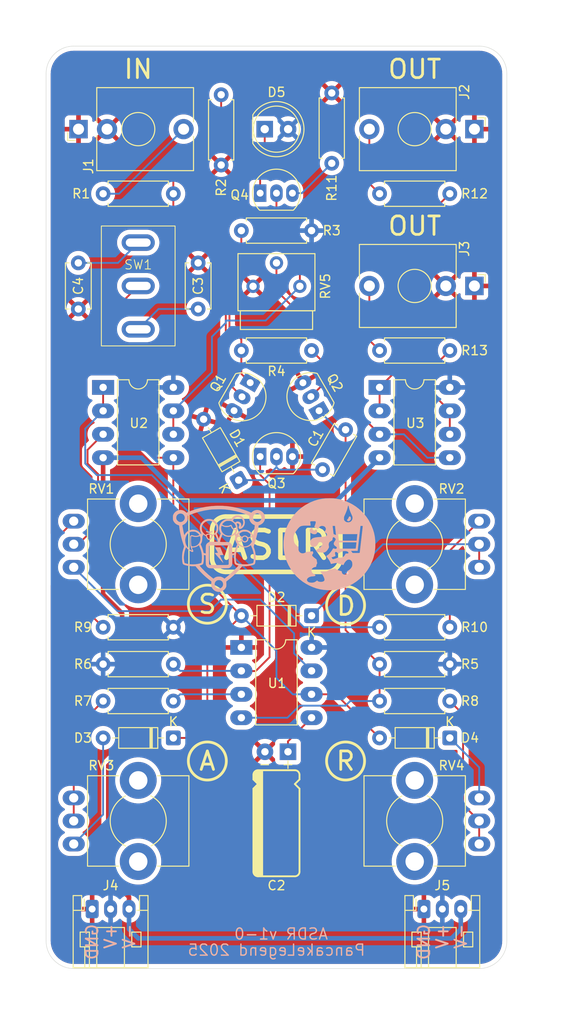
<source format=kicad_pcb>
(kicad_pcb (version 20241229) (generator "pcbnew") (generator_version "9.0")
  (layers (0 "F.Cu" signal) (2 "B.Cu" signal) (13 "F.Paste" user) (15 "B.Paste" user) (5 "F.SilkS" user "F.Silkscreen") (7 "B.SilkS" user "B.Silkscreen") (1 "F.Mask" user) (3 "B.Mask" user) (25 "Edge.Cuts" user))
  (net 0 "")
  (net 1 "Net-(D1-K)")
  (net 2 "Net-(Q2-C)")
  (net 3 "GND")
  (net 4 "Net-(U1-CV)")
  (net 5 "Net-(SW1-C)")
  (net 6 "Net-(SW1-A)")
  (net 7 "Net-(D2-K)")
  (net 8 "Net-(D2-A)")
  (net 9 "Net-(D3-A)")
  (net 10 "Net-(D4-K)")
  (net 11 "Net-(D5-K)")
  (net 12 "VDD")
  (net 13 "Net-(J1-PadT)")
  (net 14 "VSS")
  (net 15 "Net-(Q1-C)")
  (net 16 "Net-(Q1-B)")
  (net 17 "Net-(Q2-B)")
  (net 18 "Net-(Q3-C)")
  (net 19 "Net-(Q4-B)")
  (net 20 "Net-(Q4-E)")
  (net 21 "Net-(R7-Pad1)")
  (net 22 "Net-(U1-Q)")
  (net 23 "Net-(R8-Pad1)")
  (net 24 "Net-(R9-Pad2)")
  (net 25 "Net-(R10-Pad1)")
  (net 26 "Net-(U2A--)")
  (net 27 "Net-(U3A--)")
  (net 28 "Net-(U3B--)")
  (net 29 "Net-(U2A-+)")
  (net 30 "Net-(U1-DIS)")
  (net 31 "Net-(U3A-+)")
  (net 32 "Net-(J2-PadT)")
  (net 33 "Net-(J3-PadT)")
  (footprint "HackSynth:TO-92_Inline - Handsolder" (layer "F.Cu") (at 148.73 65.94)
    (property "Reference" "Q4" (at -2.73 0.2 0) (layer "F.SilkS"))
    (property "Value" "BC547")
    (pad "1" thru_hole rect (at -0.5 0) (size 1.35 1.9) (drill 0.75) (layers "*.Cu" "*.Mask") (net 11 "Net-(D5-K)"))
    (pad "2" thru_hole oval (at 1.27 0) (size 1.35 1.9) (drill 0.75) (layers "*.Cu" "*.Mask") (net 19 "Net-(Q4-B)"))
    (pad "3" thru_hole oval (at 3 0) (size 1.35 1.9) (drill 0.75) (layers "*.Cu" "*.Mask") (net 20 "Net-(Q4-E)"))
  )
  (footprint "HackSynth:R_Axial_DIN0207_L6.3mm_D2.5mm_P7.62mm_Horizontal" (layer "F.Cu") (at 161.19 83)
    (property "Reference" "R13" (at 10.31 0 0) (layer "F.SilkS"))
    (property "Value" "1k")
    (pad "1" thru_hole circle (at 0 0) (size 1.6 1.6) (drill 0.8) (layers "*.Cu" "*.Mask") (net 33 "Net-(J3-PadT)"))
    (pad "2" thru_hole oval (at 7.62 0) (size 1.6 1.6) (drill 0.8) (layers "*.Cu" "*.Mask") (net 28 "Net-(U3B--)"))
  )
  (footprint "HackSynth:R_Axial_DIN0207_L6.3mm_D2.5mm_P7.62mm_Horizontal" (layer "F.Cu") (at 168.81 113 180)
    (property "Reference" "R10" (at -2.69 0 0) (layer "F.SilkS"))
    (property "Value" "1k")
    (pad "1" thru_hole circle (at 0 0 180) (size 1.6 1.6) (drill 0.8) (layers "*.Cu" "*.Mask") (net 25 "Net-(R10-Pad1)"))
    (pad "2" thru_hole oval (at 7.62 0 180) (size 1.6 1.6) (drill 0.8) (layers "*.Cu" "*.Mask") (net 26 "Net-(U2A--)"))
  )
  (footprint "HackSynth:Potentiometer_Alps_RK09K_Horizontal" (layer "F.Cu") (at 165 104 90)
    (property "Reference" "RV2" (at 6 4 180) (layer "F.SilkS"))
    (property "Value" "DECAY 1M")
    (pad "" np_thru_hole circle (at -4.4 0 180) (size 4 4) (drill 2) (layers "*.Cu" "*.Mask"))
    (pad "" np_thru_hole circle (at 4.4 0 180) (size 4 4) (drill 2) (layers "*.Cu" "*.Mask"))
    (pad "1" thru_hole oval (at 2.500001 7 180) (size 2.4 1.6) (drill 1) (layers "*.Cu" "*.Mask") (net 25 "Net-(R10-Pad1)"))
    (pad "2" thru_hole oval (at 0 7 180) (size 2.4 1.6) (drill 1) (layers "*.Cu" "*.Mask") (net 7 "Net-(D2-K)"))
    (pad "3" thru_hole oval (at -2.500001 7 180) (size 2.4 1.6) (drill 1) (layers "*.Cu" "*.Mask") (net 7 "Net-(D2-K)"))
  )
  (footprint "HackSynth:Potentiometer_Alps_RK09K_Horizontal" (layer "F.Cu") (at 165 134 90)
    (property "Reference" "RV4" (at 6 4 180) (layer "F.SilkS"))
    (property "Value" "RELEASE 1M")
    (pad "" np_thru_hole circle (at -4.4 0 180) (size 4 4) (drill 2) (layers "*.Cu" "*.Mask"))
    (pad "" np_thru_hole circle (at 4.4 0 180) (size 4 4) (drill 2) (layers "*.Cu" "*.Mask"))
    (pad "1" thru_hole oval (at 2.500001 7 180) (size 2.4 1.6) (drill 1) (layers "*.Cu" "*.Mask") (net 10 "Net-(D4-K)"))
    (pad "2" thru_hole oval (at 0 7 180) (size 2.4 1.6) (drill 1) (layers "*.Cu" "*.Mask") (net 23 "Net-(R8-Pad1)"))
    (pad "3" thru_hole oval (at -2.500001 7 180) (size 2.4 1.6) (drill 1) (layers "*.Cu" "*.Mask") (net 23 "Net-(R8-Pad1)"))
  )
  (footprint "HackSynth:Potentiometer_Alps_RK09K_Horizontal" (layer "F.Cu") (at 135 104 -90)
    (property "Reference" "RV1" (at -6 4 180) (layer "F.SilkS"))
    (property "Value" "SUSTAIN 10k")
    (pad "" np_thru_hole circle (at -4.4 0) (size 4 4) (drill 2) (layers "*.Cu" "*.Mask"))
    (pad "" np_thru_hole circle (at 4.4 0) (size 4 4) (drill 2) (layers "*.Cu" "*.Mask"))
    (pad "1" thru_hole oval (at 2.500001 7) (size 2.4 1.6) (drill 1) (layers "*.Cu" "*.Mask") (net 30 "Net-(U1-DIS)"))
    (pad "2" thru_hole oval (at 0 7) (size 2.4 1.6) (drill 1) (layers "*.Cu" "*.Mask") (net 29 "Net-(U2A-+)"))
    (pad "3" thru_hole oval (at -2.500001 7) (size 2.4 1.6) (drill 1) (layers "*.Cu" "*.Mask") (net 24 "Net-(R9-Pad2)"))
  )
  (footprint "HackSynth:DIP-8_W7.62mm_LongPads" (layer "F.Cu") (at 165 90.81)
    (property "Reference" "U3" (at 0.064999 0.07 0) (layer "F.SilkS"))
    (property "Value" "TL072")
    (pad "1" thru_hole rect (at -3.81 -3.81) (size 2.4 1.6) (drill 0.8) (layers "*.Cu" "*.Mask") (net 27 "Net-(U3A--)"))
    (pad "2" thru_hole oval (at -3.81 -1.27) (size 2.4 1.6) (drill 0.8) (layers "*.Cu" "*.Mask") (net 27 "Net-(U3A--)"))
    (pad "3" thru_hole oval (at -3.81 1.27) (size 2.4 1.6) (drill 0.8) (layers "*.Cu" "*.Mask") (net 31 "Net-(U3A-+)"))
    (pad "4" thru_hole oval (at -3.81 3.81) (size 2.4 1.6) (drill 0.8) (layers "*.Cu" "*.Mask") (net 14 "VSS"))
    (pad "5" thru_hole oval (at 3.81 3.81) (size 2.4 1.6) (drill 0.8) (layers "*.Cu" "*.Mask") (net 31 "Net-(U3A-+)"))
    (pad "6" thru_hole oval (at 3.81 1.27) (size 2.4 1.6) (drill 0.8) (layers "*.Cu" "*.Mask") (net 28 "Net-(U3B--)"))
    (pad "7" thru_hole oval (at 3.81 -1.27) (size 2.4 1.6) (drill 0.8) (layers "*.Cu" "*.Mask") (net 28 "Net-(U3B--)"))
    (pad "8" thru_hole oval (at 3.81 -3.81) (size 2.4 1.6) (drill 0.8) (layers "*.Cu" "*.Mask") (net 12 "VDD"))
  )
  (footprint "HackSynth:D_DO-35_SOD27_P7.62mm_Horizontal" (layer "F.Cu") (at 145.905 97.049556 120)
    (property "Reference" "D1" (at 4.017531 2.140544 120) (layer "F.SilkS"))
    (property "Value" "1N4148")
    (fp_text user "K" (at 0 -1.8 120) (layer "F.SilkS"))
    (pad "1" thru_hole roundrect (at 0 0 120) (size 1.6 1.6) (drill 0.8) (layers "*.Cu" "*.Mask") (roundrect_rratio 0.15625) (net 1 "Net-(D1-K)"))
    (pad "2" thru_hole circle (at 7.62 0 120) (size 1.6 1.6) (drill 0.8) (layers "*.Cu" "*.Mask") (net 3 "GND"))
  )
  (footprint "HackSynth:C_Ceramic_D4.5mm_P5.00mm" (layer "F.Cu") (at 141.5 78.5 90)
    (property "Reference" "C3" (at 2.5 0.000001 90) (layer "F.SilkS"))
    (property "Value" "220nF")
    (pad "1" thru_hole circle (at 0 0 90) (size 1.6 1.6) (drill 0.8) (layers "*.Cu" "*.Mask") (net 5 "Net-(SW1-C)"))
    (pad "2" thru_hole circle (at 5 0 90) (size 1.6 1.6) (drill 0.8) (layers "*.Cu" "*.Mask") (net 3 "GND"))
  )
  (footprint "HackSynth:R_Axial_DIN0207_L6.3mm_D2.5mm_P7.62mm_Horizontal" (layer "F.Cu") (at 168.81 121 180)
    (property "Reference" "R8" (at -2.19 0 0) (layer "F.SilkS"))
    (property "Value" "100R")
    (pad "1" thru_hole circle (at 0 0 180) (size 1.6 1.6) (drill 0.8) (layers "*.Cu" "*.Mask") (net 23 "Net-(R8-Pad1)"))
    (pad "2" thru_hole oval (at 7.62 0 180) (size 1.6 1.6) (drill 0.8) (layers "*.Cu" "*.Mask") (net 2 "Net-(Q2-C)"))
  )
  (footprint "HackSynth:DIP-8_W7.62mm_LongPads" (layer "F.Cu") (at 150 119)
    (property "Reference" "U1" (at 0.064999 0.07 0) (layer "F.SilkS"))
    (property "Value" "ICM7555xP")
    (pad "1" thru_hole rect (at -3.81 -3.81) (size 2.4 1.6) (drill 0.8) (layers "*.Cu" "*.Mask") (net 3 "GND"))
    (pad "2" thru_hole oval (at -3.81 -1.27) (size 2.4 1.6) (drill 0.8) (layers "*.Cu" "*.Mask") (net 18 "Net-(Q3-C)"))
    (pad "3" thru_hole oval (at -3.81 1.27) (size 2.4 1.6) (drill 0.8) (layers "*.Cu" "*.Mask") (net 22 "Net-(U1-Q)"))
    (pad "4" thru_hole oval (at -3.81 3.81) (size 2.4 1.6) (drill 0.8) (layers "*.Cu" "*.Mask") (net 2 "Net-(Q2-C)"))
    (pad "5" thru_hole oval (at 3.81 3.81) (size 2.4 1.6) (drill 0.8) (layers "*.Cu" "*.Mask") (net 4 "Net-(U1-CV)"))
    (pad "6" thru_hole oval (at 3.81 1.27) (size 2.4 1.6) (drill 0.8) (layers "*.Cu" "*.Mask") (net 8 "Net-(D2-A)"))
    (pad "7" thru_hole oval (at 3.81 -1.27) (size 2.4 1.6) (drill 0.8) (layers "*.Cu" "*.Mask") (net 30 "Net-(U1-DIS)"))
    (pad "8" thru_hole oval (at 3.81 -3.81) (size 2.4 1.6) (drill 0.8) (layers "*.Cu" "*.Mask") (net 12 "VDD"))
  )
  (footprint "HackSynth:Jack_3.5mm" (layer "F.Cu") (at 165 76 90)
    (property "Reference" "J3" (at 4.03 5.4 90) (layer "F.SilkS"))
    (property "Value" "OUT")
    (pad "G" thru_hole rect (at 0 6.48 90) (size 2 2) (drill 1.2) (layers "*.Cu" "*.Mask") (net 3 "GND"))
    (pad "S" thru_hole circle (at 0 3.38 90) (size 2.2 2.2) (drill 1.2) (layers "*.Cu" "*.Mask") (net 3 "GND"))
    (pad "T" thru_hole circle (at 0 -4.92 90) (size 2.2 2.2) (drill 1.2) (layers "*.Cu" "*.Mask") (net 33 "Net-(J3-PadT)"))
    (zone (net 0) (net_name "") (layer "F.Cu") (connect_pads (clearance 0)) (min_thickness 0.254)
      (keepout (tracks not_allowed) (vias not_allowed) (pads not_allowed) (copperpour not_allowed) (footprints not_allowed))
      (fill (thermal_gap 0.508) (thermal_bridge_width 0.508))
      (polygon (pts (xy 165 77.505141) (xy 165.245829 77.48493) (xy 165.485055 77.424841) (xy 165.711256 77.326486) (xy 165.918355 77.192508) (xy 166.10079 77.026504) (xy 166.253664 76.832932) (xy 166.372869 76.616992) (xy 166.455206 76.384482) (xy 166.498461 76.141646) (xy 166.501475 75.895007) (xy 166.464165 75.651187) (xy 166.387534 75.416734) (xy 166.27364 75.197946) (xy 166.125542 75.000697) (xy 165.947216 74.830286) (xy 165.743452 74.691288) (xy 165.519722 74.587436) (xy 165.282035 74.521519) (xy 165.036774 74.495308) (xy 164.790525 74.509507) (xy 164.549901 74.563734) (xy 164.321366 74.656532) (xy 164.111055 74.785411) (xy 163.924618 74.946908) (xy 163.767061 75.136687) (xy 163.642615 75.34965) (xy 163.554623 75.580079) (xy 163.505447 75.821785) (xy 163.496408 76.068278) (xy 163.52775 76.312936) (xy 163.59863 76.549191) (xy 163.707144 76.770697) (xy 163.850379 76.971505) (xy 164.024488 77.146223) (xy 164.224795 77.290158) (xy 164.445921 77.399445) (xy 164.681926 77.471149) (xy 164.926474 77.503344)))
    )
  )
  (footprint "HackSynth:JST_PH_S3B-PH-K_1x03_P2.00mm_Horizontal" (layer "F.Cu") (at 130 143.55)
    (property "Reference" "J4" (at 2 -2.55 0) (layer "F.SilkS"))
    (property "Value" "Conn_01x03")
    (fp_text user "-V" (at 4 1.5 90) (layer "B.SilkS") (effects (font (size 1.27 1.27) (thickness 0.2)) (justify left mirror)))
    (fp_text user "GND" (at 0 1.5 90) (layer "B.SilkS") (effects (font (size 1.27 1.27) (thickness 0.2)) (justify left mirror)))
    (fp_text user "+V" (at 2 1.5 90) (layer "B.SilkS") (effects (font (size 1.27 1.27) (thickness 0.2)) (justify left mirror)))
    (pad "1" thru_hole roundrect (at 0 0) (size 1.4 2) (drill 0.75) (layers "*.Cu" "*.Mask") (roundrect_rratio 0.208333) (net 3 "GND"))
    (pad "2" thru_hole oval (at 2 0) (size 1.4 2) (drill 0.75) (layers "*.Cu" "*.Mask") (net 12 "VDD"))
    (pad "3" thru_hole oval (at 4 0) (size 1.4 2) (drill 0.75) (layers "*.Cu" "*.Mask") (net 14 "VSS"))
  )
  (footprint "HackSynth:TO-92_Inline - Handsolder" (layer "F.Cu") (at 154.371769 89.094853 120)
    (property "Reference" "Q2" (at 1.270001 3 120) (layer "F.SilkS"))
    (property "Value" "BC550")
    (pad "1" thru_hole rect (at -0.5 0 120) (size 1.35 1.9) (drill 0.75) (layers "*.Cu" "*.Mask") (net 2 "Net-(Q2-C)"))
    (pad "2" thru_hole oval (at 1.27 0 120) (size 1.35 1.9) (drill 0.75) (layers "*.Cu" "*.Mask") (net 17 "Net-(Q2-B)"))
    (pad "3" thru_hole oval (at 3 0 120) (size 1.35 1.9) (drill 0.75) (layers "*.Cu" "*.Mask") (net 3 "GND"))
  )
  (footprint "HackSynth:Jack_3.5mm" (layer "F.Cu") (at 165 59 90)
    (property "Reference" "J2" (at 4.03 5.4 90) (layer "F.SilkS"))
    (property "Value" "OUT")
    (pad "G" thru_hole rect (at 0 6.48 90) (size 2 2) (drill 1.2) (layers "*.Cu" "*.Mask") (net 3 "GND"))
    (pad "S" thru_hole circle (at 0 3.38 90) (size 2.2 2.2) (drill 1.2) (layers "*.Cu" "*.Mask") (net 3 "GND"))
    (pad "T" thru_hole circle (at 0 -4.92 90) (size 2.2 2.2) (drill 1.2) (layers "*.Cu" "*.Mask") (net 32 "Net-(J2-PadT)"))
    (zone (net 0) (net_name "") (layer "F.Cu") (connect_pads (clearance 0)) (min_thickness 0.254)
      (keepout (tracks not_allowed) (vias not_allowed) (pads not_allowed) (copperpour not_allowed) (footprints not_allowed))
      (fill (thermal_gap 0.508) (thermal_bridge_width 0.508))
      (polygon (pts (xy 165 60.505141) (xy 165.245829 60.48493) (xy 165.485055 60.424841) (xy 165.711256 60.326486) (xy 165.918355 60.192508) (xy 166.10079 60.026504) (xy 166.253664 59.832932) (xy 166.372869 59.616992) (xy 166.455206 59.384482) (xy 166.498461 59.141646) (xy 166.501475 58.895007) (xy 166.464165 58.651187) (xy 166.387534 58.416734) (xy 166.27364 58.197946) (xy 166.125542 58.000697) (xy 165.947216 57.830286) (xy 165.743452 57.691288) (xy 165.519722 57.587436) (xy 165.282035 57.521519) (xy 165.036774 57.495308) (xy 164.790525 57.509507) (xy 164.549901 57.563734) (xy 164.321366 57.656532) (xy 164.111055 57.785411) (xy 163.924618 57.946908) (xy 163.767061 58.136687) (xy 163.642615 58.34965) (xy 163.554623 58.580079) (xy 163.505447 58.821785) (xy 163.496408 59.068278) (xy 163.52775 59.312936) (xy 163.59863 59.549191) (xy 163.707144 59.770697) (xy 163.850379 59.971505) (xy 164.024488 60.146223) (xy 164.224795 60.290158) (xy 164.445921 60.399445) (xy 164.681926 60.471149) (xy 164.926474 60.503344)))
    )
  )
  (footprint "HackSynth:R_Axial_DIN0207_L6.3mm_D2.5mm_P7.62mm_Horizontal" (layer "F.Cu") (at 153.81 83 180)
    (property "Reference" "R4" (at 3.81 -2.25 0) (layer "F.SilkS"))
    (property "Value" "10k")
    (pad "1" thru_hole circle (at 0 0 180) (size 1.6 1.6) (drill 0.8) (layers "*.Cu" "*.Mask") (net 17 "Net-(Q2-B)"))
    (pad "2" thru_hole oval (at 7.62 0 180) (size 1.6 1.6) (drill 0.8) (layers "*.Cu" "*.Mask") (net 15 "Net-(Q1-C)"))
  )
  (footprint "HackSynth:R_Axial_DIN0207_L6.3mm_D2.5mm_P7.62mm_Horizontal" (layer "F.Cu") (at 138.81 117 180)
    (property "Reference" "R6" (at 9.810001 0 0) (layer "F.SilkS"))
    (property "Value" "4.7k")
    (pad "1" thru_hole circle (at 0 0 180) (size 1.6 1.6) (drill 0.8) (layers "*.Cu" "*.Mask") (net 18 "Net-(Q3-C)"))
    (pad "2" thru_hole oval (at 7.62 0 180) (size 1.6 1.6) (drill 0.8) (layers "*.Cu" "*.Mask") (net 12 "VDD"))
  )
  (footprint "HackSynth:R_Axial_DIN0207_L6.3mm_D2.5mm_P7.62mm_Horizontal" (layer "F.Cu") (at 138.81 113 180)
    (property "Reference" "R9" (at 9.81 0 0) (layer "F.SilkS"))
    (property "Value" "5.6k")
    (pad "1" thru_hole circle (at 0 0 180) (size 1.6 1.6) (drill 0.8) (layers "*.Cu" "*.Mask") (net 12 "VDD"))
    (pad "2" thru_hole oval (at 7.62 0 180) (size 1.6 1.6) (drill 0.8) (layers "*.Cu" "*.Mask") (net 24 "Net-(R9-Pad2)"))
  )
  (footprint "HackSynth:TO-92_Inline - Handsolder" (layer "F.Cu") (at 146.898232 86.920148 -120)
    (property "Reference" "Q1" (at 1.270001 3 60) (layer "F.SilkS"))
    (property "Value" "BC550")
    (pad "1" thru_hole rect (at -0.5 0 240) (size 1.35 1.9) (drill 0.75) (layers "*.Cu" "*.Mask") (net 15 "Net-(Q1-C)"))
    (pad "2" thru_hole oval (at 1.27 0 240) (size 1.35 1.9) (drill 0.75) (layers "*.Cu" "*.Mask") (net 16 "Net-(Q1-B)"))
    (pad "3" thru_hole oval (at 3 0 240) (size 1.35 1.9) (drill 0.75) (layers "*.Cu" "*.Mask") (net 3 "GND"))
  )
  (footprint "HackSynth:R_Axial_DIN0207_L6.3mm_D2.5mm_P7.62mm_Horizontal" (layer "F.Cu") (at 156 55.08 -90)
    (property "Reference" "R11" (at 10.31 0 90) (layer "F.SilkS"))
    (property "Value" "1k")
    (pad "1" thru_hole circle (at 0 0 270) (size 1.6 1.6) (drill 0.8) (layers "*.Cu" "*.Mask") (net 3 "GND"))
    (pad "2" thru_hole oval (at 7.62 0 270) (size 1.6 1.6) (drill 0.8) (layers "*.Cu" "*.Mask") (net 20 "Net-(Q4-E)"))
  )
  (footprint "HackSynth:D_DO-35_SOD27_P7.62mm_Horizontal" (layer "F.Cu") (at 168.81 125 180)
    (property "Reference" "D4" (at -2.19 0 0) (layer "F.SilkS"))
    (property "Value" "1N4148")
    (fp_text user "K" (at 0 1.75 0) (layer "F.SilkS"))
    (pad "1" thru_hole roundrect (at 0 0 180) (size 1.6 1.6) (drill 0.8) (layers "*.Cu" "*.Mask") (roundrect_rratio 0.15625) (net 10 "Net-(D4-K)"))
    (pad "2" thru_hole circle (at 7.62 0 180) (size 1.6 1.6) (drill 0.8) (layers "*.Cu" "*.Mask") (net 8 "Net-(D2-A)"))
  )
  (footprint "HackSynth:R_Axial_DIN0207_L6.3mm_D2.5mm_P7.62mm_Horizontal" (layer "F.Cu") (at 144 62.89 90)
    (property "Reference" "R2" (at -2.440001 0 90) (layer "F.SilkS"))
    (property "Value" "100k")
    (pad "1" thru_hole circle (at 0 0 90) (size 1.6 1.6) (drill 0.8) (layers "*.Cu" "*.Mask") (net 3 "GND"))
    (pad "2" thru_hole oval (at 7.62 0 90) (size 1.6 1.6) (drill 0.8) (layers "*.Cu" "*.Mask") (net 16 "Net-(Q1-B)"))
  )
  (footprint "HackSynth:R_Axial_DIN0207_L6.3mm_D2.5mm_P7.62mm_Horizontal" (layer "F.Cu") (at 146.19 70)
    (property "Reference" "R3" (at 9.810001 0 0) (layer "F.SilkS"))
    (property "Value" "4.7k")
    (pad "1" thru_hole circle (at 0 0) (size 1.6 1.6) (drill 0.8) (layers "*.Cu" "*.Mask") (net 15 "Net-(Q1-C)"))
    (pad "2" thru_hole oval (at 7.62 0) (size 1.6 1.6) (drill 0.8) (layers "*.Cu" "*.Mask") (net 12 "VDD"))
  )
  (footprint "HackSynth:C_Ceramic_D4.5mm_P5.00mm" (layer "F.Cu") (at 155 95.915064 60)
    (property "Reference" "C1" (at 2.582532 -2.357051 60) (layer "F.SilkS"))
    (property "Value" "220nF")
    (pad "1" thru_hole circle (at 0 0 60) (size 1.6 1.6) (drill 0.8) (layers "*.Cu" "*.Mask") (net 1 "Net-(D1-K)"))
    (pad "2" thru_hole circle (at 5 0 60) (size 1.6 1.6) (drill 0.8) (layers "*.Cu" "*.Mask") (net 2 "Net-(Q2-C)"))
  )
  (footprint "HackSynth:R_Axial_DIN0207_L6.3mm_D2.5mm_P7.62mm_Horizontal" (layer "F.Cu") (at 161.19 117)
    (property "Reference" "R5" (at 9.81 0 0) (layer "F.SilkS"))
    (property "Value" "4.7k")
    (pad "1" thru_hole circle (at 0 0) (size 1.6 1.6) (drill 0.8) (layers "*.Cu" "*.Mask") (net 2 "Net-(Q2-C)"))
    (pad "2" thru_hole oval (at 7.62 0) (size 1.6 1.6) (drill 0.8) (layers "*.Cu" "*.Mask") (net 12 "VDD"))
  )
  (footprint "HackSynth:TO-92_Inline - Handsolder" (layer "F.Cu") (at 148.73 94.5)
    (property "Reference" "Q3" (at 1.27 2.9 0) (layer "F.SilkS"))
    (property "Value" "BC550")
    (pad "1" thru_hole rect (at -0.5 0) (size 1.35 1.9) (drill 0.75) (layers "*.Cu" "*.Mask") (net 18 "Net-(Q3-C)"))
    (pad "2" thru_hole oval (at 1.27 0) (size 1.35 1.9) (drill 0.75) (layers "*.Cu" "*.Mask") (net 1 "Net-(D1-K)"))
    (pad "3" thru_hole oval (at 3 0) (size 1.35 1.9) (drill 0.75) (layers "*.Cu" "*.Mask") (net 3 "GND"))
  )
  (footprint "HackSynth:D_DO-35_SOD27_P7.62mm_Horizontal" (layer "F.Cu") (at 153.81 111.75 180)
    (property "Reference" "D2" (at 3.81 2 0) (layer "F.SilkS"))
    (property "Value" "1N4148")
    (fp_text user "K" (at 0 -1.8 0) (layer "F.SilkS"))
    (pad "1" thru_hole roundrect (at 0 0 180) (size 1.6 1.6) (drill 0.8) (layers "*.Cu" "*.Mask") (roundrect_rratio 0.15625) (net 7 "Net-(D2-K)"))
    (pad "2" thru_hole circle (at 7.62 0 180) (size 1.6 1.6) (drill 0.8) (layers "*.Cu" "*.Mask") (net 8 "Net-(D2-A)"))
  )
  (footprint "HackSynth:D_DO-35_SOD27_P7.62mm_Horizontal" (layer "F.Cu") (at 138.81 125 180)
    (property "Reference" "D3" (at 9.81 0 0) (layer "F.SilkS"))
    (property "Value" "1N4148")
    (fp_text user "K" (at 0 1.75 0) (layer "F.SilkS"))
    (pad "1" thru_hole roundrect (at 0 0 180) (size 1.6 1.6) (drill 0.8) (layers "*.Cu" "*.Mask") (roundrect_rratio 0.15625) (net 8 "Net-(D2-A)"))
    (pad "2" thru_hole circle (at 7.62 0 180) (size 1.6 1.6) (drill 0.8) (layers "*.Cu" "*.Mask") (net 9 "Net-(D3-A)"))
  )
  (footprint "HackSynth:TrimPot_Bourns_3339S_Horizontal" (layer "F.Cu") (at 152.54 76.04 -90)
    (property "Reference" "RV5" (at 0 -2.775 90) (layer "F.SilkS"))
    (property "Value" "100k Trim")
    (pad "1" thru_hole circle (at 0 0 270) (size 1.44 1.44) (drill 0.8) (layers "*.Cu" "*.Mask") (net 19 "Net-(Q4-B)"))
    (pad "2" thru_hole circle (at -2.54 2.54 270) (size 1.44 1.44) (drill 0.8) (layers "*.Cu" "*.Mask") (net 31 "Net-(U3A-+)"))
    (pad "3" thru_hole circle (at 0 5.08 270) (size 1.44 1.44) (drill 0.8) (layers "*.Cu" "*.Mask") (net 3 "GND"))
  )
  (footprint "HackSynth:LED_D5.0mm" (layer "F.Cu") (at 148.725 59)
    (property "Reference" "D5" (at 1.275 -4 0) (layer "F.SilkS"))
    (property "Value" "LED")
    (pad "1" thru_hole rect (at 0 0) (size 1.8 1.8) (drill 0.9) (layers "*.Cu" "*.Mask") (net 11 "Net-(D5-K)"))
    (pad "2" thru_hole circle (at 2.54 0) (size 1.8 1.8) (drill 0.9) (layers "*.Cu" "*.Mask") (net 12 "VDD"))
  )
  (footprint "HackSynth:Jack_3.5mm" (layer "F.Cu") (at 135 59 -90)
    (property "Reference" "J1" (at 4.03 5.4 90) (layer "F.SilkS"))
    (property "Value" "IN")
    (pad "G" thru_hole rect (at 0 6.48 270) (size 2 2) (drill 1.2) (layers "*.Cu" "*.Mask") (net 3 "GND"))
    (pad "S" thru_hole circle (at 0 3.38 270) (size 2.2 2.2) (drill 1.2) (layers "*.Cu" "*.Mask") (net 3 "GND"))
    (pad "T" thru_hole circle (at 0 -4.92 270) (size 2.2 2.2) (drill 1.2) (layers "*.Cu" "*.Mask") (net 13 "Net-(J1-PadT)"))
    (zone (net 0) (net_name "") (layer "F.Cu") (connect_pads (clearance 0)) (min_thickness 0.254)
      (keepout (tracks not_allowed) (vias not_allowed) (pads not_allowed) (copperpour not_allowed) (footprints not_allowed))
      (fill (thermal_gap 0.508) (thermal_bridge_width 0.508))
      (polygon (pts (xy 135 57.494859) (xy 134.754171 57.51507) (xy 134.514945 57.575159) (xy 134.288744 57.673514) (xy 134.081645 57.807492) (xy 133.89921 57.973496) (xy 133.746336 58.167068) (xy 133.627131 58.383008) (xy 133.544794 58.615518) (xy 133.501539 58.858354) (xy 133.498525 59.104993) (xy 133.535835 59.348813) (xy 133.612466 59.583266) (xy 133.72636 59.802054) (xy 133.874458 59.999303) (xy 134.052784 60.169714) (xy 134.256548 60.308712) (xy 134.480278 60.412564) (xy 134.717965 60.478481) (xy 134.963226 60.504692) (xy 135.209475 60.490493) (xy 135.450099 60.436266) (xy 135.678634 60.343468) (xy 135.888945 60.214589) (xy 136.075382 60.053092) (xy 136.232939 59.863313) (xy 136.357385 59.65035) (xy 136.445377 59.419921) (xy 136.494553 59.178215) (xy 136.503592 58.931722) (xy 136.47225 58.687064) (xy 136.40137 58.450809) (xy 136.292856 58.229303) (xy 136.149621 58.028495) (xy 135.975512 57.853777) (xy 135.775205 57.709842) (xy 135.554079 57.600555) (xy 135.318074 57.528851) (xy 135.073526 57.496656)))
    )
  )
  (footprint "HackSynth:Module 50x100mm" (layer "F.Cu") (at 150 100)
    (property "Reference" "REF**" (hide yes))
    (property "Value" "Untitled" (hide yes))
    (fp_line (start -24.999999 -47) (end -25 47) (stroke (width 0.05)) (layer "Edge.Cuts"))
    (fp_line (start -21.999999 49.999999) (end 22 50) (stroke (width 0.05)) (layer "Edge.Cuts"))
    (fp_line (start 22 -50) (end -21.999999 -50) (stroke (width 0.05)) (layer "Edge.Cuts"))
    (fp_line (start 25 47) (end 25 -47) (stroke (width 0.05)) (layer "Edge.Cuts"))
    (fp_arc (start -25 -47) (mid -24.12132 -49.12132) (end -22 -50) (stroke (width 0.05)) (layer "Edge.Cuts"))
    (fp_arc (start -22 50) (mid -24.12132 49.12132) (end -25 47) (stroke (width 0.05)) (layer "Edge.Cuts"))
    (fp_arc (start 22 -50) (mid 24.12132 -49.12132) (end 25 -47) (stroke (width 0.05)) (layer "Edge.Cuts"))
    (fp_arc (start 25 47) (mid 24.12132 49.12132) (end 22 50) (stroke (width 0.05)) (layer "Edge.Cuts"))
  )
  (footprint "HackSynth:Switch SPDT - MTS-102" (layer "F.Cu") (at 135 76)
    (property "Reference" "SW1" (at 0 -2.300001 0) (layer "F.SilkS") (effects (font (thickness 0.1))))
    (property "Value" "SW_SPDT" (hide yes))
    (pad "1" thru_hole oval (at 0 -4.7) (size 3.6 1.8) (drill oval 2.7 0.9) (layers "*.Cu" "*.Mask") (net 6 "Net-(SW1-A)"))
    (pad "2" thru_hole oval (at 0 0) (size 3.6 1.8) (drill oval 2.7 0.9) (layers "*.Cu" "*.Mask") (net 8 "Net-(D2-A)"))
    (pad "3" thru_hole oval (at 0 4.7) (size 3.6 1.8) (drill oval 2.7 0.9) (layers "*.Cu" "*.Mask") (net 5 "Net-(SW1-C)"))
  )
  (footprint "HackSynth:Potentiometer_Alps_RK09K_Horizontal" (layer "F.Cu") (at 135 134 -90)
    (property "Reference" "RV3" (at -6 4 180) (layer "F.SilkS"))
    (property "Value" "ATTACK 1M")
    (pad "" np_thru_hole circle (at -4.4 0) (size 4 4) (drill 2) (layers "*.Cu" "*.Mask"))
    (pad "" np_thru_hole circle (at 4.4 0) (size 4 4) (drill 2) (layers "*.Cu" "*.Mask"))
    (pad "1" thru_hole oval (at 2.500001 7) (size 2.4 1.6) (drill 1) (layers "*.Cu" "*.Mask") (net 9 "Net-(D3-A)"))
    (pad "2" thru_hole oval (at 0 7) (size 2.4 1.6) (drill 1) (layers "*.Cu" "*.Mask") (net 21 "Net-(R7-Pad1)"))
    (pad "3" thru_hole oval (at -2.500001 7) (size 2.4 1.6) (drill 1) (layers "*.Cu" "*.Mask") (net 21 "Net-(R7-Pad1)"))
  )
  (footprint "HackSynth:R_Axial_DIN0207_L6.3mm_D2.5mm_P7.62mm_Horizontal" (layer "F.Cu") (at 138.81 66 180)
    (property "Reference" "R1" (at 10 0 0) (layer "F.SilkS"))
    (property "Value" "10k")
    (pad "1" thru_hole circle (at 0 0 180) (size 1.6 1.6) (drill 0.8) (layers "*.Cu" "*.Mask") (net 16 "Net-(Q1-B)"))
    (pad "2" thru_hole oval (at 7.62 0 180) (size 1.6 1.6) (drill 0.8) (layers "*.Cu" "*.Mask") (net 13 "Net-(J1-PadT)"))
  )
  (footprint "HackSynth:R_Axial_DIN0207_L6.3mm_D2.5mm_P7.62mm_Horizontal" (layer "F.Cu") (at 131.19 121)
    (property "Reference" "R7" (at -2.19 0 0) (layer "F.SilkS"))
    (property "Value" "100R")
    (pad "1" thru_hole circle (at 0 0) (size 1.6 1.6) (drill 0.8) (layers "*.Cu" "*.Mask") (net 21 "Net-(R7-Pad1)"))
    (pad "2" thru_hole oval (at 7.62 0) (size 1.6 1.6) (drill 0.8) (layers "*.Cu" "*.Mask") (net 22 "Net-(U1-Q)"))
  )
  (footprint "HackSynth:DIP-8_W7.62mm_LongPads" (layer "F.Cu") (at 135 90.81)
    (property "Reference" "U2" (at 0.064999 0.07 0) (layer "F.SilkS"))
    (property "Value" "TL072")
    (pad "1" thru_hole rect (at -3.81 -3.81) (size 2.4 1.6) (drill 0.8) (layers "*.Cu" "*.Mask") (net 26 "Net-(U2A--)"))
    (pad "2" thru_hole oval (at -3.81 -1.27) (size 2.4 1.6) (drill 0.8) (layers "*.Cu" "*.Mask") (net 26 "Net-(U2A--)"))
    (pad "3" thru_hole oval (at -3.81 1.27) (size 2.4 1.6) (drill 0.8) (layers "*.Cu" "*.Mask") (net 29 "Net-(U2A-+)"))
    (pad "4" thru_hole oval (at -3.81 3.81) (size 2.4 1.6) (drill 0.8) (layers "*.Cu" "*.Mask") (net 14 "VSS"))
    (pad "5" thru_hole oval (at 3.81 3.81) (size 2.4 1.6) (drill 0.8) (layers "*.Cu" "*.Mask") (net 8 "Net-(D2-A)"))
    (pad "6" thru_hole oval (at 3.81 1.27) (size 2.4 1.6) (drill 0.8) (layers "*.Cu" "*.Mask") (net 19 "Net-(Q4-B)"))
    (pad "7" thru_hole oval (at 3.81 -1.27) (size 2.4 1.6) (drill 0.8) (layers "*.Cu" "*.Mask") (net 19 "Net-(Q4-B)"))
    (pad "8" thru_hole oval (at 3.81 -3.81) (size 2.4 1.6) (drill 0.8) (layers "*.Cu" "*.Mask") (net 12 "VDD"))
  )
  (footprint "HackSynth:R_Axial_DIN0207_L6.3mm_D2.5mm_P7.62mm_Horizontal" (layer "F.Cu") (at 161.19 66)
    (property "Reference" "R12" (at 10.31 0 0) (layer "F.SilkS"))
    (property "Value" "1k")
    (pad "1" thru_hole circle (at 0 0) (size 1.6 1.6) (drill 0.8) (layers "*.Cu" "*.Mask") (net 32 "Net-(J2-PadT)"))
    (pad "2" thru_hole oval (at 7.62 0) (size 1.6 1.6) (drill 0.8) (layers "*.Cu" "*.Mask") (net 27 "Net-(U3A--)"))
  )
  (footprint "HackSynth:C_Ceramic_D4.5mm_P5.00mm" (layer "F.Cu") (at 128.5 73.5 -90)
    (property "Reference" "C4" (at 2.5 0.000001 90) (layer "F.SilkS"))
    (property "Value" "1uF")
    (pad "1" thru_hole circle (at 0 0 270) (size 1.6 1.6) (drill 0.8) (layers "*.Cu" "*.Mask") (net 6 "Net-(SW1-A)"))
    (pad "2" thru_hole circle (at 5 0 270) (size 1.6 1.6) (drill 0.8) (layers "*.Cu" "*.Mask") (net 3 "GND"))
  )
  (footprint "HackSynth:JST_PH_S3B-PH-K_1x03_P2.00mm_Horizontal" (layer "F.Cu") (at 166 143.55)
    (property "Reference" "J5" (at 2 -2.55 0) (layer "F.SilkS"))
    (property "Value" "Conn_01x03")
    (fp_text user "+V" (at 2 1.5 90) (layer "B.SilkS") (effects (font (size 1.27 1.27) (thickness 0.2)) (justify left mirror)))
    (fp_text user "-V" (at 4 1.5 90) (layer "B.SilkS") (effects (font (size 1.27 1.27) (thickness 0.2)) (justify left mirror)))
    (fp_text user "GND" (at 0 1.5 90) (layer "B.SilkS") (effects (font (size 1.27 1.27) (thickness 0.2)) (justify left mirror)))
    (pad "1" thru_hole roundrect (at 0 0) (size 1.4 2) (drill 0.75) (layers "*.Cu" "*.Mask") (roundrect_rratio 0.208333) (net 3 "GND"))
    (pad "2" thru_hole oval (at 2 0) (size 1.4 2) (drill 0.75) (layers "*.Cu" "*.Mask") (net 12 "VDD"))
    (pad "3" thru_hole oval (at 4 0) (size 1.4 2) (drill 0.75) (layers "*.Cu" "*.Mask") (net 14 "VSS"))
  )
  (footprint "HackSynth:CP_Radial_D5.2mm_P2.50mm_LayDown" (layer "F.Cu") (at 150 126.5 180)
    (property "Reference" "C2" (at 0 -14.5 0) (layer "F.SilkS"))
    (property "Value" "10uF")
    (pad "1" thru_hole rect (at -1.25 0 180) (size 1.8 1.8) (drill 0.8) (layers "*.Cu" "*.Mask") (net 4 "Net-(U1-CV)"))
    (pad "2" thru_hole circle (at 1.25 0 180) (size 1.8 1.8) (drill 0.8) (layers "*.Cu" "*.Mask") (net 3 "GND"))
  )
  (footprint "HackSynth:CCHS Logo - 10mm" (layer "B.Cu") (at 143.75 104.5 180)
    (property "Reference" "Ref**" (hide yes))
    (property "Value" "Val**" (hide yes))
  )
  (footprint "HackSynth:PancakeLegend Logo - 10mm" (layer "B.Cu") (at 155.75 104 180)
    (property "Reference" "Ref**" (hide yes))
    (property "Value" "Val**" (hide yes))
  )
  (gr_arc (start 143 102.499998) (mid 143.43934 101.439338) (end 144.5 100.999998) (stroke (width 0.5)) (layer "F.SilkS"))
  (gr_arc (start 156.93934 105.500001) (mid 156.5 106.560661) (end 155.43934 107.000001) (stroke (width 0.5)) (layer "F.SilkS"))
  (gr_circle (center 157.5 127.5) (end 158 125.5) (stroke (width 0.3)) (fill no) (layer "F.SilkS"))
  (gr_circle (center 142.5 127.5) (end 143 125.5) (stroke (width 0.3)) (fill no) (layer "F.SilkS"))
  (gr_line (start 156.939339 102.5) (end 156.939339 105.5) (stroke (width 0.5)) (layer "F.SilkS"))
  (gr_circle (center 142.5 110.5) (end 143 108.5) (stroke (width 0.3)) (fill no) (layer "F.SilkS"))
  (gr_circle (center 157.5 110.63) (end 158 108.63) (stroke (width 0.3)) (fill no) (layer "F.SilkS"))
  (gr_line (start 143 102.499998) (end 143 105.499998) (stroke (width 0.5)) (layer "F.SilkS"))
  (gr_arc (start 155.439339 101) (mid 156.499999 101.43934) (end 156.939339 102.5) (stroke (width 0.5)) (layer "F.SilkS"))
  (gr_line (start 144.5 107) (end 155.450116 107.000001) (stroke (width 0.5)) (layer "F.SilkS"))
  (gr_arc (start 144.5 107) (mid 143.43934 106.56066) (end 143 105.5) (stroke (width 0.5)) (layer "F.SilkS"))
  (gr_line (start 144.5 101) (end 155.439339 101) (stroke (width 0.5)) (layer "F.SilkS"))
  (gr_text "S" (at 142.5 110.5 0) (layer "F.SilkS") (effects (font (size 2 2) (thickness 0.3))))
  (gr_text "ASDR" (at 150 104.1 0) (layer "F.SilkS") (effects (font (size 3 3) (thickness 0.5) (bold yes))))
  (gr_text "R" (at 157.5 127.5 0) (layer "F.SilkS") (effects (font (size 2 2) (thickness 0.3))))
  (gr_text "D" (at 157.55 110.7 0) (layer "F.SilkS") (effects (font (size 2 2) (thickness 0.3))))
  (gr_text "IN" (at 135 52.5 0) (layer "F.SilkS") (effects (font (size 2 2) (thickness 0.3))))
  (gr_text "OUT" (at 165 69.5 0) (layer "F.SilkS") (effects (font (size 2 2) (thickness 0.3))))
  (gr_text "OUT" (at 165 52.5 0) (layer "F.SilkS") (effects (font (size 2 2) (thickness 0.3))))
  (gr_text "A" (at 142.5 127.5 0) (layer "F.SilkS") (effects (font (size 2 2) (thickness 0.3))))
  (gr_text "ASDR v1-0" (at 150.5 146.250001 0) (layer "B.SilkS") (effects (font (size 1.2 1.2)) (justify mirror)))
  (gr_text "PancakeLegend 2025" (at 150 148 0) (layer "B.SilkS") (effects (font (size 1.2 1.2)) (justify mirror)))
  (segment (start 148.600444 97.049556) (end 150 95.65) (width 0.2) (layer "B.Cu") (net 1))
  (segment (start 150.265064 95.915064) (end 150.05 95.7) (width 0.2) (layer "B.Cu") (net 1))
  (segment (start 145.905 97.049556) (end 148.600444 97.049556) (width 0.2) (layer "B.Cu") (net 1))
  (segment (start 155 95.915064) (end 150.265064 95.915064) (width 0.2) (layer "B.Cu") (net 1))
  (segment (start 150.05 95.7) (end 150 95.65) (width 0.2) (layer "B.Cu") (net 1))
  (segment (start 150 95.65) (end 150 94.5) (width 0.2) (layer "B.Cu") (net 1))
  (segment (start 157.5 113.31) (end 157.5 112.25) (width 0.2) (layer "F.Cu") (net 2))
  (segment (start 157.5 112.25) (end 157.5 91.584937) (width 0.2) (layer "F.Cu") (net 2))
  (segment (start 161.19 117) (end 161.19 121) (width 0.2) (layer "F.Cu") (net 2))
  (segment (start 161.19 117) (end 157.5 113.31) (width 0.2) (layer "F.Cu") (net 2))
  (segment (start 154.621768 89.527865) (end 156.67884 91.584937) (width 0.2) (layer "B.Cu") (net 2))
  (segment (start 161.19 121) (end 158 121) (width 0.2) (layer "B.Cu") (net 2))
  (segment (start 158 121) (end 157.5 121.5) (width 0.2) (layer "B.Cu") (net 2))
  (segment (start 152.5 121.5) (end 157.5 121.5) (width 0.2) (layer "B.Cu") (net 2))
  (segment (start 156.67884 91.584937) (end 157.5 91.584937) (width 0.2) (layer "B.Cu") (net 2))
  (segment (start 146.19 122.81) (end 151.19 122.81) (width 0.2) (layer "B.Cu") (net 2))
  (segment (start 151.19 122.81) (end 152.5 121.5) (width 0.2) (layer "B.Cu") (net 2))
  (segment (start 151.249999 125.370001) (end 153.81 122.81) (width 0.2) (layer "F.Cu") (net 4))
  (segment (start 151.249999 126.5) (end 151.249999 125.370001) (width 0.2) (layer "F.Cu") (net 4))
  (segment (start 141.5 78.5) (end 137.2 78.5) (width 0.2) (layer "B.Cu") (net 5))
  (segment (start 137.2 78.5) (end 135 80.7) (width 0.2) (layer "B.Cu") (net 5))
  (segment (start 128.5 73.5) (end 132.8 73.5) (width 0.2) (layer "B.Cu") (net 6))
  (segment (start 132.8 73.5) (end 135 71.3) (width 0.2) (layer "B.Cu") (net 6))
  (segment (start 172 106.500001) (end 172 104) (width 0.2) (layer "F.Cu") (net 7))
  (segment (start 161.56 104) (end 153.81 111.75) (width 0.2) (layer "B.Cu") (net 7))
  (segment (start 172 104) (end 161.56 104) (width 0.2) (layer "B.Cu") (net 7))
  (segment (start 153.81 120.27) (end 156.46 120.27) (width 0.2) (layer "F.Cu") (net 8))
  (segment (start 146.19 111.75) (end 142.5 115.44) (width 0.2) (layer "F.Cu") (net 8))
  (segment (start 138.81 94.62) (end 138.81 104.37) (width 0.2) (layer "F.Cu") (net 8))
  (segment (start 142.5 115.44) (end 142.5 115.5) (width 0.2) (layer "F.Cu") (net 8))
  (segment (start 142.5 123.25) (end 142.5 115.5) (width 0.2) (layer "F.Cu") (net 8))
  (segment (start 132 79) (end 135 76) (width 0.2) (layer "F.Cu") (net 8))
  (segment (start 140.75 125) (end 142.5 123.25) (width 0.2) (layer "F.Cu") (net 8))
  (segment (start 134 84.75) (end 132 82.75) (width 0.2) (layer "F.Cu") (net 8))
  (segment (start 134 91.75) (end 134 84.75) (width 0.2) (layer "F.Cu") (net 8))
  (segment (start 138.81 104.37) (end 146.19 111.75) (width 0.2) (layer "F.Cu") (net 8))
  (segment (start 138.81 94.62) (end 136.87 94.62) (width 0.2) (layer "F.Cu") (net 8))
  (segment (start 132 82.75) (end 132 79) (width 0.2) (layer "F.Cu") (net 8))
  (segment (start 138.81 125) (end 140.75 125) (width 0.2) (layer "F.Cu") (net 8))
  (segment (start 136.87 94.62) (end 134 91.75) (width 0.2) (layer "F.Cu") (net 8))
  (segment (start 156.46 120.27) (end 161.19 125) (width 0.2) (layer "F.Cu") (net 8))
  (segment (start 146.19 111.75) (end 150 115.56) (width 0.2) (layer "B.Cu") (net 8))
  (segment (start 150 115.56) (end 150 118.5) (width 0.2) (layer "B.Cu") (net 8))
  (segment (start 150 118.5) (end 151.77 120.27) (width 0.2) (layer "B.Cu") (net 8))
  (segment (start 151.77 120.27) (end 153.81 120.27) (width 0.2) (layer "B.Cu") (net 8))
  (segment (start 131.19 133.310001) (end 128 136.500001) (width 0.2) (layer "B.Cu") (net 9))
  (segment (start 131.19 125) (end 131.19 133.310001) (width 0.2) (layer "B.Cu") (net 9))
  (segment (start 172 131.499999) (end 172 128.19) (width 0.2) (layer "B.Cu") (net 10))
  (segment (start 172 128.19) (end 168.81 125) (width 0.2) (layer "B.Cu") (net 10))
  (segment (start 148.725 61.725) (end 148.725 59) (width 0.2) (layer "F.Cu") (net 11))
  (segment (start 148.23 65.94) (end 148.23 62.27) (width 0.2) (layer "F.Cu") (net 11))
  (segment (start 148.23 62.27) (end 148.75 61.75) (width 0.2) (layer "F.Cu") (net 11))
  (segment (start 148.75 61.75) (end 148.725 61.725) (width 0.2) (layer "F.Cu") (net 11))
  (segment (start 131.19 66) (end 132.919999 66) (width 0.2) (layer "B.Cu") (net 13))
  (segment (start 132.919999 66) (end 139.919999 59) (width 0.2) (layer "B.Cu") (net 13))
  (segment (start 131.19 109.44) (end 131.19 94.62) (width 0.5) (layer "F.Cu") (net 14))
  (segment (start 131.75 128) (end 133.25 126.5) (width 0.5) (layer "F.Cu") (net 14))
  (segment (start 134 142.25) (end 131.75 140) (width 0.5) (layer "F.Cu") (net 14))
  (segment (start 134 143.55) (end 134 142.25) (width 0.5) (layer "F.Cu") (net 14))
  (segment (start 131.75 140) (end 131.75 128) (width 0.5) (layer "F.Cu") (net 14))
  (segment (start 133.25 111.5) (end 131.19 109.44) (width 0.5) (layer "F.Cu") (net 14))
  (segment (start 133.25 126.5) (end 133.25 111.5) (width 0.5) (layer "F.Cu") (net 14))
  (segment (start 135 146.725) (end 134 145.725) (width 0.5) (layer "B.Cu") (net 14))
  (segment (start 140 99.25) (end 156.56 99.25) (width 0.5) (layer "B.Cu") (net 14))
  (segment (start 135.37 94.62) (end 140 99.25) (width 0.5) (layer "B.Cu") (net 14))
  (segment (start 169 146.725) (end 135 146.725) (width 0.5) (layer "B.Cu") (net 14))
  (segment (start 134 145.725) (end 134 143.55) (width 0.5) (layer "B.Cu") (net 14))
  (segment (start 131.19 94.62) (end 135.37 94.62) (width 0.5) (layer "B.Cu") (net 14))
  (segment (start 170 145.725) (end 169 146.725) (width 0.5) (layer "B.Cu") (net 14))
  (segment (start 170 145.725) (end 170 143.55) (width 0.5) (layer "B.Cu") (net 14))
  (segment (start 156.56 99.25) (end 161.19 94.62) (width 0.5) (layer "B.Cu") (net 14))
  (segment (start 146.19 71.5449) (end 146.19 70) (width 0.2) (layer "F.Cu") (net 15))
  (segment (start 146.19 85.528905) (end 147.148232 86.487137) (width 0.2) (layer "F.Cu") (net 15))
  (segment (start 144.901 72.8339) (end 146.19 71.5449) (width 0.2) (layer "F.Cu") (net 15))
  (segment (start 146.19 81.789) (end 144.901 80.5) (width 0.2) (layer "F.Cu") (net 15))
  (segment (start 146.19 83) (end 146.19 85.528905) (width 0.2) (layer "F.Cu") (net 15))
  (segment (start 144.901 80.5) (end 144.901 72.8339) (width 0.2) (layer "F.Cu") (net 15))
  (segment (start 146.19 83) (end 146.19 81.789) (width 0.2) (layer "F.Cu") (net 15))
  (segment (start 144.5 73) (end 144.5 86.25677) (width 0.2) (layer "F.Cu") (net 16))
  (segment (start 138.81 66) (end 138.81 67.31) (width 0.2) (layer "F.Cu") (net 16))
  (segment (start 144.5 86.25677) (end 146.263231 88.020001) (width 0.2) (layer "F.Cu") (net 16))
  (segment (start 138.81 67.31) (end 144.5 73) (width 0.2) (layer "F.Cu") (net 16))
  (segment (start 144 58.75) (end 144 55.27) (width 0.2) (layer "F.Cu") (net 16))
  (segment (start 138.81 66) (end 138.81 63.94) (width 0.2) (layer "F.Cu") (net 16))
  (segment (start 138.81 63.94) (end 144 58.75) (width 0.2) (layer "F.Cu") (net 16))
  (segment (start 155 84.19) (end 153.81 83) (width 0.2) (layer "F.Cu") (net 17))
  (segment (start 155 86.731769) (end 155 84.19) (width 0.2) (layer "F.Cu") (net 17))
  (segment (start 153.736769 87.995) (end 155 86.731769) (width 0.2) (layer "F.Cu") (net 17))
  (segment (start 148.23 96.23) (end 148.23 94.5) (width 0.2) (layer "F.Cu") (net 18))
  (segment (start 146.19 117.73) (end 146.21 117.75) (width 0.2) (layer "F.Cu") (net 18))
  (segment (start 149.25 116.25) (end 149.25 97.5) (width 0.2) (layer "F.Cu") (net 18))
  (segment (start 146.21 117.75) (end 147.75 117.75) (width 0.2) (layer "F.Cu") (net 18))
  (segment (start 148.25 96.5) (end 148.25 96.25) (width 0.2) (layer "F.Cu") (net 18))
  (segment (start 147.75 117.75) (end 149.25 116.25) (width 0.2) (layer "F.Cu") (net 18))
  (segment (start 149.25 97.5) (end 148.25 96.5) (width 0.2) (layer "F.Cu") (net 18))
  (segment (start 148.25 96.25) (end 148.23 96.23) (width 0.2) (layer "F.Cu") (net 18))
  (segment (start 139.54 117.73) (end 138.81 117) (width 0.2) (layer "B.Cu") (net 18))
  (segment (start 146.19 117.73) (end 139.54 117.73) (width 0.2) (layer "B.Cu") (net 18))
  (segment (start 138.81 92.08) (end 138.81 89.54) (width 0.2) (layer "F.Cu") (net 19))
  (segment (start 150 65.94) (end 150 69.75) (width 0.2) (layer "F.Cu") (net 19))
  (segment (start 150 69.75) (end 152.54 72.29) (width 0.2) (layer "F.Cu") (net 19))
  (segment (start 152.54 72.29) (end 152.54 76.04) (width 0.2) (layer "F.Cu") (net 19))
  (segment (start 143 85.35) (end 143 81.5) (width 0.2) (layer "B.Cu") (net 19))
  (segment (start 144.5 79.75) (end 148.83 79.75) (width 0.2) (layer "B.Cu") (net 19))
  (segment (start 138.81 89.54) (end 143 85.35) (width 0.2) (layer "B.Cu") (net 19))
  (segment (start 144.5 80) (end 144.5 79.75) (width 0.2) (layer "B.Cu") (net 19))
  (segment (start 143 81.5) (end 144.5 80) (width 0.2) (layer "B.Cu") (net 19))
  (segment (start 148.83 79.75) (end 152.54 76.04) (width 0.2) (layer "B.Cu") (net 19))
  (segment (start 151.73 65.94) (end 152.76 65.94) (width 0.2) (layer "B.Cu") (net 20))
  (segment (start 152.76 65.94) (end 156 62.7) (width 0.2) (layer "B.Cu") (net 20))
  (segment (start 128 131.499999) (end 128 134) (width 0.2) (layer "F.Cu") (net 21))
  (segment (start 128 124.19) (end 128 131.499999) (width 0.2) (layer "F.Cu") (net 21))
  (segment (start 131.19 121) (end 128 124.19) (width 0.2) (layer "F.Cu") (net 21))
  (segment (start 146.19 120.27) (end 139.54 120.27) (width 0.2) (layer "B.Cu") (net 22))
  (segment (start 139.54 120.27) (end 138.81 121) (width 0.2) (layer "B.Cu") (net 22))
  (segment (start 168.81 121) (end 170.25 122.44) (width 0.2) (layer "F.Cu") (net 23))
  (segment (start 170.25 122.44) (end 170.25 132.25) (width 0.2) (layer "F.Cu") (net 23))
  (segment (start 172 134) (end 172 136.500001) (width 0.2) (layer "F.Cu") (net 23))
  (segment (start 170.25 132.25) (end 172 134) (width 0.2) (layer "F.Cu") (net 23))
  (segment (start 126.22 108.03) (end 131.19 113) (width 0.2) (layer "F.Cu") (net 24))
  (segment (start 126.124999 107.934999) (end 126.22 108.03) (width 0.2) (layer "F.Cu") (net 24))
  (segment (start 126.124999 103.374999) (end 126.124999 107.934999) (width 0.2) (layer "F.Cu") (net 24))
  (segment (start 128.999999 101.499999) (end 128 101.499999) (width 0.2) (layer "F.Cu") (net 24))
  (segment (start 128 101.499999) (end 126.124999 103.374999) (width 0.2) (layer "F.Cu") (net 24))
  (segment (start 168.81 104.689999) (end 168.81 113) (width 0.2) (layer "F.Cu") (net 25))
  (segment (start 172 101.499999) (end 168.81 104.689999) (width 0.2) (layer "F.Cu") (net 25))
  (segment (start 131.19 89.54) (end 131.19 87) (width 0.2) (layer "F.Cu") (net 26))
  (segment (start 136.470768 96.5) (end 130.5 96.5) (width 0.2) (layer "B.Cu") (net 26))
  (segment (start 152.970768 113) (end 136.470768 96.5) (width 0.2) (layer "B.Cu") (net 26))
  (segment (start 129.25 91.48) (end 131.19 89.54) (width 0.2) (layer "B.Cu") (net 26))
  (segment (start 130.5 96.5) (end 129.25 95.25) (width 0.2) (layer "B.Cu") (net 26))
  (segment (start 161.19 113) (end 152.970768 113) (width 0.2) (layer "B.Cu") (net 26))
  (segment (start 129.25 95.25) (end 129.25 91.48) (width 0.2) (layer "B.Cu") (net 26))
  (segment (start 162.5 72.31) (end 162.5 80.5) (width 0.2) (layer "F.Cu") (net 27))
  (segment (start 161.19 87) (end 163.75 84.44) (width 0.2) (layer "F.Cu") (net 27))
  (segment (start 168.81 66) (end 162.5 72.31) (width 0.2) (layer "F.Cu") (net 27))
  (segment (start 163.75 84.44) (end 163.75 81.75) (width 0.2) (layer "F.Cu") (net 27))
  (segment (start 161.19 89.54) (end 161.19 87) (width 0.2) (layer "F.Cu") (net 27))
  (segment (start 163.75 81.75) (end 162.5 80.5) (width 0.2) (layer "F.Cu") (net 27))
  (segment (start 168.81 83) (end 166.75 85.06) (width 0.2) (layer "F.Cu") (net 28))
  (segment (start 166.75 85.06) (end 166.75 87.5) (width 0.2) (layer "F.Cu") (net 28))
  (segment (start 166.75 87.5) (end 168.79 89.54) (width 0.2) (layer "F.Cu") (net 28))
  (segment (start 168.79 89.54) (end 168.81 89.54) (width 0.2) (layer "F.Cu") (net 28))
  (segment (start 168.81 92.08) (end 168.81 89.54) (width 0.2) (layer "F.Cu") (net 28))
  (segment (start 128.000001 104) (end 128.5 104) (width 0.2) (layer "F.Cu") (net 29))
  (segment (start 130.639 96.389) (end 129.5 95.25) (width 0.2) (layer "F.Cu") (net 29))
  (segment (start 130.639 101.861) (end 130.639 101.5) (width 0.2) (layer "F.Cu") (net 29))
  (segment (start 129.5 93.77) (end 131.19 92.08) (width 0.2) (layer "F.Cu") (net 29))
  (segment (start 129.5 95.25) (end 129.5 93.77) (width 0.2) (layer "F.Cu") (net 29))
  (segment (start 128.5 104) (end 130.639 101.861) (width 0.2) (layer "F.Cu") (net 29))
  (segment (start 130.639 101.5) (end 130.639 96.389) (width 0.2) (layer "F.Cu") (net 29))
  (segment (start 148.25 110) (end 151.915 113.665) (width 0.2) (layer "B.Cu") (net 30))
  (segment (start 128 106.500001) (end 132.749999 111.25) (width 0.2) (layer "B.Cu") (net 30))
  (segment (start 151.915 115.835) (end 153.81 117.73) (width 0.2) (layer "B.Cu") (net 30))
  (segment (start 132.749999 111.25) (end 142.75 111.25) (width 0.2) (layer "B.Cu") (net 30))
  (segment (start 151.915 113.665) (end 151.915 115.835) (width 0.2) (layer "B.Cu") (net 30))
  (segment (start 144 110) (end 148.25 110) (width 0.2) (layer "B.Cu") (net 30))
  (segment (start 142.75 111.25) (end 144 110) (width 0.2) (layer "B.Cu") (net 30))
  (segment (start 157.75 84.25) (end 150 76.5) (width 0.2) (layer "F.Cu") (net 31))
  (segment (start 157.75 88.64) (end 157.75 84.25) (width 0.2) (layer "F.Cu") (net 31))
  (segment (start 161.19 92.08) (end 157.75 88.64) (width 0.2) (layer "F.Cu") (net 31))
  (segment (start 150 76.5) (end 150 73.5) (width 0.2) (layer "F.Cu") (net 31))
  (segment (start 161.19 92.08) (end 163.83 92.08) (width 0.2) (layer "B.Cu") (net 31))
  (segment (start 163.83 92.08) (end 166.37 94.62) (width 0.2) (layer "B.Cu") (net 31))
  (segment (start 166.37 94.62) (end 168.81 94.62) (width 0.2) (layer "B.Cu") (net 31))
  (segment (start 160.080001 64.890001) (end 161.19 66) (width 0.2) (layer "F.Cu") (net 32))
  (segment (start 160.080001 59) (end 160.080001 64.890001) (width 0.2) (layer "F.Cu") (net 32))
  (segment (start 160.080001 81.890001) (end 161.19 83) (width 0.2) (layer "F.Cu") (net 33))
  (segment (start 160.080001 76) (end 160.080001 81.890001) (width 0.2) (layer "F.Cu") (net 33))
  (zone (net 3) (net_name "GND") (layer "F.Cu") (connect_pads (clearance 0.5)) (min_thickness 0.25) (fill yes (thermal_gap 0.5) (thermal_bridge_width 0.5))
    (polygon (pts (xy 120 45) (xy 180 45) (xy 180 155) (xy 120 155)))
  )
  (zone (net 12) (net_name "VDD") (layer "B.Cu") (priority 1) (connect_pads (clearance 0.5)) (min_thickness 0.25) (fill yes (thermal_gap 0.5) (thermal_bridge_width 0.5))
    (polygon (pts (xy 121 46) (xy 181 46) (xy 181 156) (xy 121 156)))
  )
)
</source>
